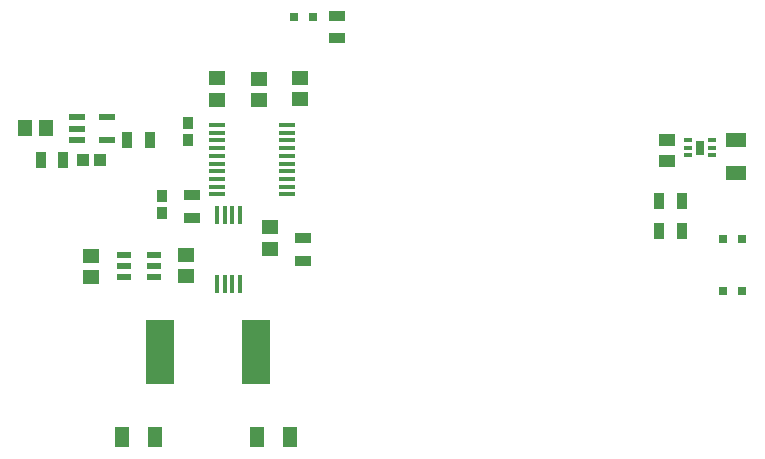
<source format=gbr>
%TF.GenerationSoftware,KiCad,Pcbnew,8.0.6*%
%TF.CreationDate,2025-02-01T23:36:04-08:00*%
%TF.ProjectId,Joulemeter,4a6f756c-656d-4657-9465-722e6b696361,rev?*%
%TF.SameCoordinates,Original*%
%TF.FileFunction,Paste,Top*%
%TF.FilePolarity,Positive*%
%FSLAX46Y46*%
G04 Gerber Fmt 4.6, Leading zero omitted, Abs format (unit mm)*
G04 Created by KiCad (PCBNEW 8.0.6) date 2025-02-01 23:36:04*
%MOMM*%
%LPD*%
G01*
G04 APERTURE LIST*
G04 Aperture macros list*
%AMRoundRect*
0 Rectangle with rounded corners*
0 $1 Rounding radius*
0 $2 $3 $4 $5 $6 $7 $8 $9 X,Y pos of 4 corners*
0 Add a 4 corners polygon primitive as box body*
4,1,4,$2,$3,$4,$5,$6,$7,$8,$9,$2,$3,0*
0 Add four circle primitives for the rounded corners*
1,1,$1+$1,$2,$3*
1,1,$1+$1,$4,$5*
1,1,$1+$1,$6,$7*
1,1,$1+$1,$8,$9*
0 Add four rect primitives between the rounded corners*
20,1,$1+$1,$2,$3,$4,$5,0*
20,1,$1+$1,$4,$5,$6,$7,0*
20,1,$1+$1,$6,$7,$8,$9,0*
20,1,$1+$1,$8,$9,$2,$3,0*%
G04 Aperture macros list end*
%ADD10C,0.010000*%
%ADD11R,1.150000X1.450000*%
%ADD12R,0.890000X1.420000*%
%ADD13R,0.800000X0.800000*%
%ADD14R,1.420000X0.890000*%
%ADD15R,1.799996X1.305598*%
%ADD16R,1.040000X1.020000*%
%ADD17R,1.305598X1.799996*%
%ADD18R,1.450000X1.150000*%
%ADD19R,1.320800X0.508000*%
%ADD20R,0.949998X1.005599*%
%ADD21R,0.965200X1.397000*%
%ADD22R,1.200000X0.600000*%
%ADD23R,1.409700X0.355600*%
%ADD24R,2.463800X5.461000*%
%ADD25R,0.457200X1.498600*%
%ADD26R,1.447800X1.117600*%
%ADD27RoundRect,0.040000X-0.320000X-0.120000X0.320000X-0.120000X0.320000X0.120000X-0.320000X0.120000X0*%
G04 APERTURE END LIST*
D10*
%TO.C,LDO1*%
X159660000Y-63720000D02*
X159060000Y-63720000D01*
X159060000Y-62680000D01*
X159660000Y-62680000D01*
X159660000Y-63720000D01*
G36*
X159660000Y-63720000D02*
G01*
X159060000Y-63720000D01*
X159060000Y-62680000D01*
X159660000Y-62680000D01*
X159660000Y-63720000D01*
G37*
%TD*%
D11*
%TO.C,C4*%
X104030000Y-61550000D03*
X102230000Y-61550000D03*
%TD*%
D12*
%TO.C,R4*%
X110850000Y-62550000D03*
X112790000Y-62550000D03*
%TD*%
D13*
%TO.C,D2*%
X125010000Y-52170000D03*
X126610000Y-52170000D03*
%TD*%
D14*
%TO.C,R11*%
X128640000Y-53960000D03*
X128640000Y-52020000D03*
%TD*%
D13*
%TO.C,D3*%
X162950000Y-70975000D03*
X161350000Y-70975000D03*
%TD*%
D15*
%TO.C,C8*%
X162410000Y-62550000D03*
X162410000Y-65355596D03*
%TD*%
D12*
%TO.C,R6*%
X157830500Y-70280000D03*
X155890500Y-70280000D03*
%TD*%
D16*
%TO.C,R2*%
X107148900Y-64290000D03*
X108618900Y-64290000D03*
%TD*%
D17*
%TO.C,C10*%
X121877202Y-87670000D03*
X124682798Y-87670000D03*
%TD*%
%TO.C,C13*%
X113232798Y-87740000D03*
X110427202Y-87740000D03*
%TD*%
D18*
%TO.C,C1*%
X115870000Y-72270000D03*
X115870000Y-74070000D03*
%TD*%
D19*
%TO.C,U3*%
X106590000Y-60649998D03*
X106590000Y-61599999D03*
X106590000Y-62550000D03*
X109180398Y-62550000D03*
X109180398Y-60649998D03*
%TD*%
D12*
%TO.C,R7*%
X155890500Y-67740000D03*
X157830500Y-67740000D03*
%TD*%
D20*
%TO.C,C6*%
X116010000Y-62585598D03*
X116010000Y-61130000D03*
%TD*%
D14*
%TO.C,R3*%
X116410000Y-69140000D03*
X116410000Y-67200000D03*
%TD*%
D21*
%TO.C,R1*%
X103582900Y-64270000D03*
X105437100Y-64270000D03*
%TD*%
D22*
%TO.C,REF35160QDBVR1*%
X110625000Y-72300000D03*
X110625000Y-73250000D03*
X110625000Y-74200000D03*
X113125000Y-74200000D03*
X113125000Y-73250000D03*
X113125000Y-72300000D03*
%TD*%
D18*
%TO.C,C7*%
X118494000Y-57330002D03*
X118494000Y-59130002D03*
%TD*%
D23*
%TO.C,U4*%
X118494000Y-61300000D03*
X118494000Y-61950001D03*
X118494000Y-62599999D03*
X118494000Y-63250001D03*
X118494000Y-63899999D03*
X118494000Y-64549998D03*
X118494000Y-65199999D03*
X118494000Y-65849998D03*
X118494000Y-66499999D03*
X118494000Y-67149998D03*
X124399500Y-67150000D03*
X124399500Y-66500002D03*
X124399500Y-65850001D03*
X124399500Y-65200002D03*
X124399500Y-64550001D03*
X124399500Y-63900002D03*
X124399500Y-63250001D03*
X124399500Y-62600002D03*
X124399500Y-61950001D03*
X124399500Y-61300002D03*
%TD*%
D24*
%TO.C,R5*%
X113622900Y-80475000D03*
X121827100Y-80475000D03*
%TD*%
D20*
%TO.C,C3*%
X113810000Y-67270000D03*
X113810000Y-68725598D03*
%TD*%
D18*
%TO.C,C2*%
X122960000Y-71760000D03*
X122960000Y-69960000D03*
%TD*%
D14*
%TO.C,R10*%
X125800000Y-70870000D03*
X125800000Y-72810000D03*
%TD*%
D18*
%TO.C,C9*%
X125520000Y-59120000D03*
X125520000Y-57320000D03*
%TD*%
%TO.C,C15*%
X107800000Y-72375000D03*
X107800000Y-74175000D03*
%TD*%
D25*
%TO.C,U1*%
X118480002Y-74749999D03*
X119130000Y-74749999D03*
X119780002Y-74749999D03*
X120430000Y-74749999D03*
X120430000Y-68950001D03*
X119780002Y-68950001D03*
X119130000Y-68950001D03*
X118480002Y-68950001D03*
%TD*%
D18*
%TO.C,C12*%
X122060000Y-59160000D03*
X122060000Y-57360000D03*
%TD*%
D26*
%TO.C,C5*%
X156560500Y-64353400D03*
X156560500Y-62550000D03*
%TD*%
D13*
%TO.C,D1*%
X162925000Y-75325000D03*
X161325000Y-75325000D03*
%TD*%
D27*
%TO.C,LDO1*%
X158360000Y-62550000D03*
X158360000Y-63200000D03*
X158360000Y-63850000D03*
X160360000Y-63850000D03*
X160360000Y-63200000D03*
X160360000Y-62550000D03*
%TD*%
M02*

</source>
